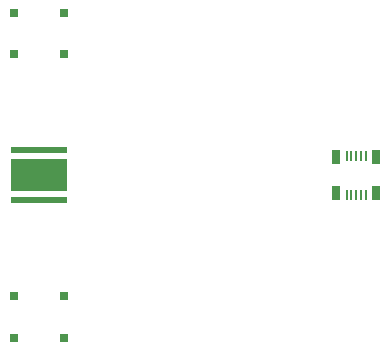
<source format=gbr>
%TF.GenerationSoftware,KiCad,Pcbnew,(5.99.0-2309-gaf729d578)*%
%TF.CreationDate,2020-08-02T15:34:59-04:00*%
%TF.ProjectId,flex,666c6578-2e6b-4696-9361-645f70636258,rev?*%
%TF.SameCoordinates,Original*%
%TF.FileFunction,Soldermask,Bot*%
%TF.FilePolarity,Negative*%
%FSLAX46Y46*%
G04 Gerber Fmt 4.6, Leading zero omitted, Abs format (unit mm)*
G04 Created by KiCad (PCBNEW (5.99.0-2309-gaf729d578)) date 2020-08-02 15:34:59*
%MOMM*%
%LPD*%
G01*
G04 APERTURE LIST*
%ADD10R,0.750000X0.700000*%
%ADD11R,0.700000X1.200000*%
%ADD12R,0.230000X0.920000*%
%ADD13R,4.780000X2.780000*%
%ADD14R,4.780000X0.500000*%
G04 APERTURE END LIST*
D10*
%TO.C,SW2*%
X-13125000Y-33750000D03*
X-8875000Y-33750000D03*
X-13125000Y-30250000D03*
X-8875000Y-30250000D03*
%TD*%
%TO.C,SW1*%
X-13125000Y-9750000D03*
X-8875000Y-9750000D03*
X-13125000Y-6250000D03*
X-8875000Y-6250000D03*
%TD*%
D11*
%TO.C,P1*%
X17570000Y-21500000D03*
X17570000Y-18500000D03*
X14170000Y-18500000D03*
X14170000Y-21500000D03*
D12*
X16670000Y-18360000D03*
X15070000Y-18360000D03*
X16270000Y-18360000D03*
X15470000Y-18360000D03*
X15870000Y-18360000D03*
X16670000Y-21640000D03*
X15070000Y-21640000D03*
X16270000Y-21640000D03*
X15470000Y-21640000D03*
X15870000Y-21640000D03*
%TD*%
D13*
%TO.C,D1*%
X-11000000Y-20000000D03*
D14*
X-11000000Y-22140000D03*
X-11000000Y-17860000D03*
%TD*%
M02*

</source>
